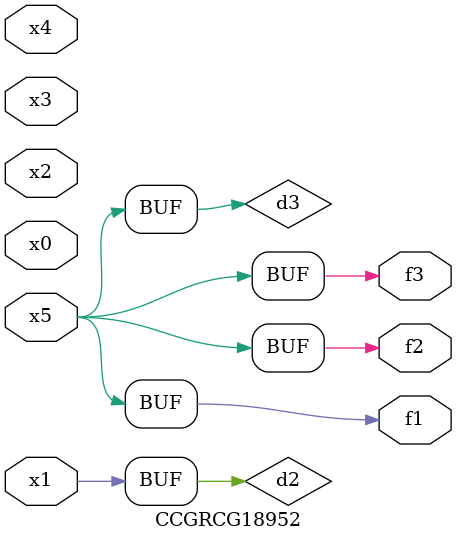
<source format=v>
module CCGRCG18952(
	input x0, x1, x2, x3, x4, x5,
	output f1, f2, f3
);

	wire d1, d2, d3;

	not (d1, x5);
	or (d2, x1);
	xnor (d3, d1);
	assign f1 = d3;
	assign f2 = d3;
	assign f3 = d3;
endmodule

</source>
